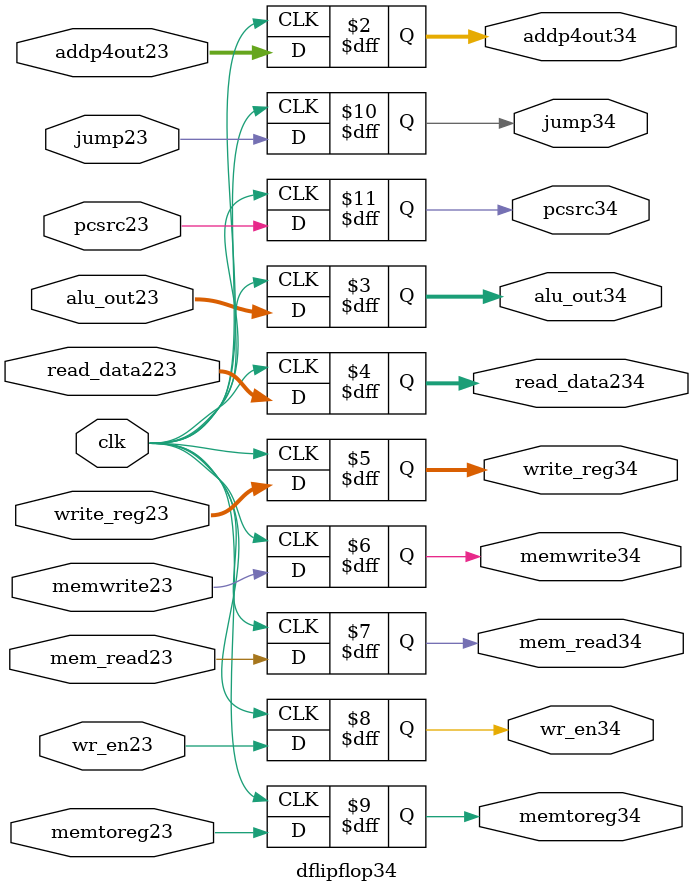
<source format=v>
`timescale 1ns / 1ps


module dflipflop34(addp4out23, alu_out34, read_data234, write_reg34, memwrite34, mem_read34, wr_en34, memtoreg34, jump34, pcsrc34,

                   addp4out34, alu_out23, read_data223, write_reg23, memwrite23, mem_read23, wr_en23, memtoreg23, jump23, pcsrc23, clk);
                  
output reg [31:0]addp4out34, alu_out34, read_data234;

output reg [4:0]write_reg34;

output reg memwrite34, mem_read34, wr_en34, memtoreg34, jump34, pcsrc34;

input [31:0]addp4out23, alu_out23, read_data223;

input [4:0]write_reg23;

  input memwrite23, mem_read23, wr_en23, memtoreg23, jump23, pcsrc23, clk;
  
 always@(posedge clk)
 
 begin
 addp4out34<=addp4out23;
 alu_out34<=alu_out23;
 read_data234<=read_data223;
 write_reg34<=write_reg23;
 memwrite34<=memwrite23;
 mem_read34<=mem_read23;
 wr_en34<=wr_en23;
 memtoreg34<=memtoreg23;
 jump34<=jump23;   
 pcsrc34<=pcsrc23;            
end
endmodule

</source>
